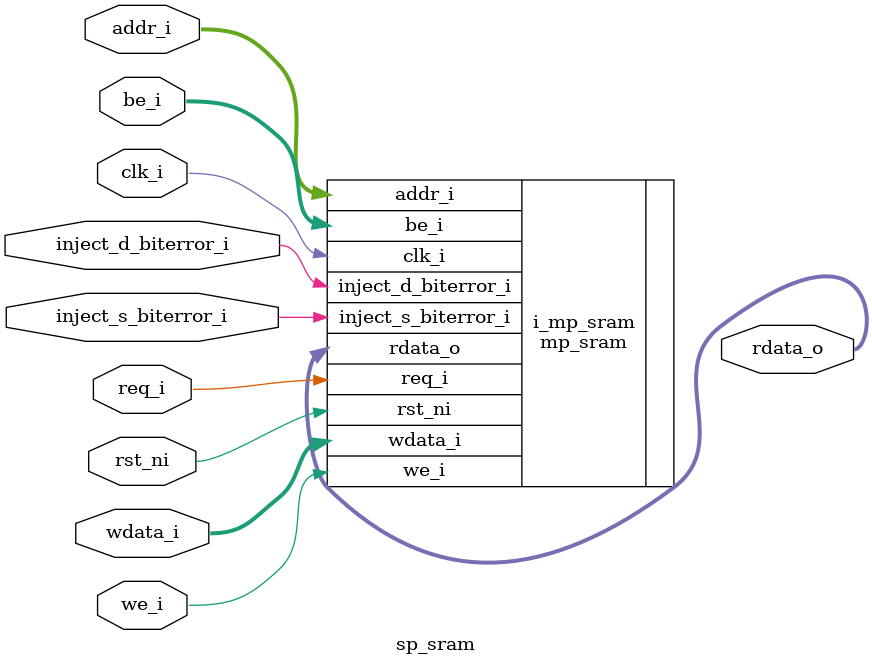
<source format=sv>
module sp_sram #(
    parameter int unsigned DataWidth = 64,
    parameter int unsigned NumWords  = 1024,
    parameter bit          OutRegs   = 0,   // enables output registers in FPGA macro (read lat = 2)
    parameter logic [1:0]  SimInit   = 0    // for simulation only, will not be synthesized
                                            // 0: no init, 1: zero init, 2: random init
                                            // note: on verilator, 2 is not supported. define the VERILATOR macro to work around.
)(
   input  logic                         clk_i,
   input  logic                         rst_ni, // reset - together with the SimInit variable determines the initialization value
   input  logic                         req_i,  // request to read or write - active high
   input  logic                         we_i,   // write enable - active high
   input  logic [$clog2(NumWords)-1:0]  addr_i,
   input  logic [DataWidth-1:0]         wdata_i,
   input  logic [(DataWidth+7)/8-1:0]   be_i,
   output logic [DataWidth-1:0]         rdata_o,
   input  logic                         inject_s_biterror_i, // only working for non-verilator simulation
   input  logic                         inject_d_biterror_i
);

  mp_sram #(
    .DataWidth(DataWidth),
    .NumWords (NumWords),
    .OutRegs  (OutRegs),
    .SimInit  (SimInit),
    .NrPorts  (1)
  ) i_mp_sram (
    .clk_i,
    .rst_ni,
    .req_i,
    .we_i,
    .addr_i,
    .wdata_i,
    .be_i,
    .rdata_o,
    .inject_s_biterror_i,
    .inject_d_biterror_i
  );

endmodule : sp_sram

</source>
